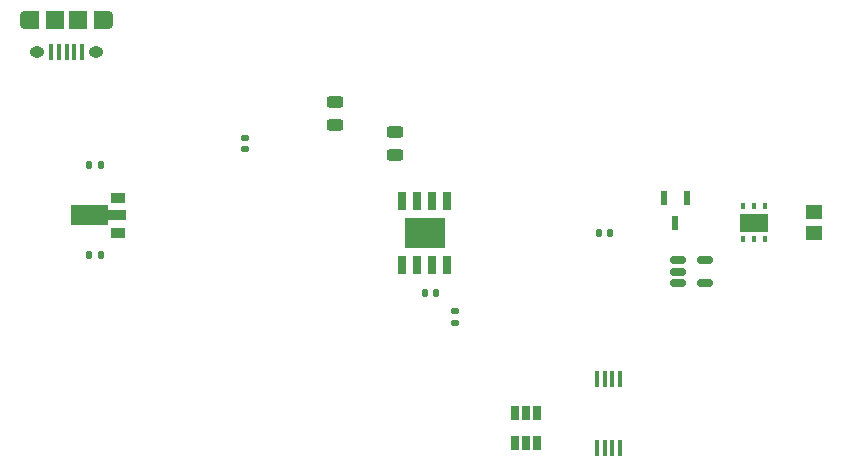
<source format=gbr>
%TF.GenerationSoftware,KiCad,Pcbnew,(7.0.0)*%
%TF.CreationDate,2023-03-20T21:56:37+02:00*%
%TF.ProjectId,overall scematic,6f766572-616c-46c2-9073-63656d617469,rev?*%
%TF.SameCoordinates,Original*%
%TF.FileFunction,Paste,Top*%
%TF.FilePolarity,Positive*%
%FSLAX46Y46*%
G04 Gerber Fmt 4.6, Leading zero omitted, Abs format (unit mm)*
G04 Created by KiCad (PCBNEW (7.0.0)) date 2023-03-20 21:56:37*
%MOMM*%
%LPD*%
G01*
G04 APERTURE LIST*
G04 Aperture macros list*
%AMRoundRect*
0 Rectangle with rounded corners*
0 $1 Rounding radius*
0 $2 $3 $4 $5 $6 $7 $8 $9 X,Y pos of 4 corners*
0 Add a 4 corners polygon primitive as box body*
4,1,4,$2,$3,$4,$5,$6,$7,$8,$9,$2,$3,0*
0 Add four circle primitives for the rounded corners*
1,1,$1+$1,$2,$3*
1,1,$1+$1,$4,$5*
1,1,$1+$1,$6,$7*
1,1,$1+$1,$8,$9*
0 Add four rect primitives between the rounded corners*
20,1,$1+$1,$2,$3,$4,$5,0*
20,1,$1+$1,$4,$5,$6,$7,0*
20,1,$1+$1,$6,$7,$8,$9,0*
20,1,$1+$1,$8,$9,$2,$3,0*%
%AMFreePoly0*
4,1,9,3.862500,-0.866500,0.737500,-0.866500,0.737500,-0.450000,-0.737500,-0.450000,-0.737500,0.450000,0.737500,0.450000,0.737500,0.866500,3.862500,0.866500,3.862500,-0.866500,3.862500,-0.866500,$1*%
G04 Aperture macros list end*
%ADD10R,0.450000X1.475000*%
%ADD11R,3.402000X2.513000*%
%ADD12R,0.700000X1.525000*%
%ADD13R,0.650000X1.200000*%
%ADD14RoundRect,0.150000X-0.512500X-0.150000X0.512500X-0.150000X0.512500X0.150000X-0.512500X0.150000X0*%
%ADD15RoundRect,0.140000X0.140000X0.170000X-0.140000X0.170000X-0.140000X-0.170000X0.140000X-0.170000X0*%
%ADD16R,1.300000X0.900000*%
%ADD17FreePoly0,180.000000*%
%ADD18RoundRect,0.140000X0.170000X-0.140000X0.170000X0.140000X-0.170000X0.140000X-0.170000X-0.140000X0*%
%ADD19R,1.200000X1.550000*%
%ADD20R,1.500000X1.550000*%
%ADD21R,0.400000X1.350000*%
%ADD22O,0.890000X1.550000*%
%ADD23O,1.250000X0.950000*%
%ADD24R,2.400000X1.500000*%
%ADD25R,0.400000X0.600000*%
%ADD26RoundRect,0.135000X-0.185000X0.135000X-0.185000X-0.135000X0.185000X-0.135000X0.185000X0.135000X0*%
%ADD27RoundRect,0.140000X-0.140000X-0.170000X0.140000X-0.170000X0.140000X0.170000X-0.140000X0.170000X0*%
%ADD28RoundRect,0.243750X-0.456250X0.243750X-0.456250X-0.243750X0.456250X-0.243750X0.456250X0.243750X0*%
%ADD29R,0.600000X1.300000*%
%ADD30RoundRect,0.243750X0.456250X-0.243750X0.456250X0.243750X-0.456250X0.243750X-0.456250X-0.243750X0*%
%ADD31R,1.450000X1.150000*%
G04 APERTURE END LIST*
D10*
%TO.C,Q1*%
X123809999Y-76597999D03*
X124459999Y-76597999D03*
X125109999Y-76597999D03*
X125759999Y-76597999D03*
X125759999Y-70721999D03*
X125109999Y-70721999D03*
X124459999Y-70721999D03*
X123809999Y-70721999D03*
%TD*%
D11*
%TO.C,J3*%
X109219999Y-58419999D03*
D12*
X111124999Y-61131999D03*
X109854999Y-61131999D03*
X108584999Y-61131999D03*
X107314999Y-61131999D03*
X107314999Y-55707999D03*
X108584999Y-55707999D03*
X109854999Y-55707999D03*
X111124999Y-55707999D03*
%TD*%
D13*
%TO.C,IC1*%
X116839999Y-76159999D03*
X117789999Y-76159999D03*
X118739999Y-76159999D03*
X118739999Y-73659999D03*
X117789999Y-73659999D03*
X116839999Y-73659999D03*
%TD*%
D14*
%TO.C,U2*%
X130705000Y-60700000D03*
X130705000Y-61650000D03*
X130705000Y-62600000D03*
X132980000Y-62600000D03*
X132980000Y-60700000D03*
%TD*%
D15*
%TO.C,C2*%
X80840000Y-52605000D03*
X81800000Y-52605000D03*
%TD*%
D16*
%TO.C,U1*%
X83269999Y-58389999D03*
D17*
X83182500Y-56890000D03*
D16*
X83269999Y-55389999D03*
%TD*%
D18*
%TO.C,C4*%
X93980000Y-50320000D03*
X93980000Y-51280000D03*
%TD*%
D19*
%TO.C,J1*%
X76009999Y-40349999D03*
D20*
X77909999Y-40349999D03*
X79909999Y-40349999D03*
D19*
X81809999Y-40349999D03*
D21*
X77609999Y-43049999D03*
X78259999Y-43049999D03*
X78909999Y-43049999D03*
X79559999Y-43049999D03*
X80209999Y-43049999D03*
D22*
X75409999Y-40349999D03*
D23*
X76409999Y-43049999D03*
X81409999Y-43049999D03*
D22*
X82409999Y-40349999D03*
%TD*%
D24*
%TO.C,U4*%
X137109999Y-57519999D03*
D25*
X136159999Y-56119999D03*
X137109999Y-56119999D03*
X138059999Y-56119999D03*
X138059999Y-58919999D03*
X137109999Y-58919999D03*
X136159999Y-58919999D03*
%TD*%
D26*
%TO.C,R2*%
X111760000Y-65020000D03*
X111760000Y-66040000D03*
%TD*%
D27*
%TO.C,C3*%
X80840000Y-60225000D03*
X81800000Y-60225000D03*
%TD*%
D28*
%TO.C,D1*%
X106680000Y-49862500D03*
X106680000Y-51737500D03*
%TD*%
D29*
%TO.C,U5*%
X131389999Y-55419999D03*
X129489999Y-55419999D03*
X130439999Y-57519999D03*
%TD*%
D30*
%TO.C,D2*%
X101600000Y-49197500D03*
X101600000Y-47322500D03*
%TD*%
D15*
%TO.C,C1*%
X110180000Y-63500000D03*
X109220000Y-63500000D03*
%TD*%
D31*
%TO.C,C5*%
X142189999Y-58419999D03*
X142189999Y-56619999D03*
%TD*%
D27*
%TO.C,C6*%
X123980000Y-58420000D03*
X124940000Y-58420000D03*
%TD*%
M02*

</source>
